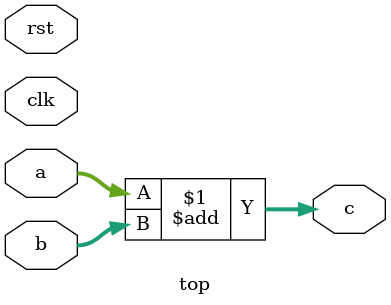
<source format=v>
module top(
    input clk,
    input rst,

    input [7:0] a,
    input [7:0] b,
    output [7:0] c);

    assign c = a + b;

endmodule

/*
ABC RESULTS:             NAND2 cells:       24
ABC RESULTS:               OR2 cells:       15
ABC RESULTS:              AND2 cells:       12
Total: 51
*/

/*
ABC RESULTS:               INV cells:        1
ABC RESULTS:            NOR3_1 cells:        1
ABC RESULTS:             NAND2 cells:       23
ABC RESULTS:            NOR2_1 cells:        1
ABC RESULTS:               OR2 cells:       15
ABC RESULTS:              AND2 cells:       11
Total: 52
*/

/*
ABC RESULTS:             OR3_1 cells:        1
ABC RESULTS:             OR2_0 cells:       14
ABC RESULTS:             NAND2 cells:       22
ABC RESULTS:               OR2 cells:        7
ABC RESULTS:              AND2 cells:        7
Total: 41
*/
</source>
